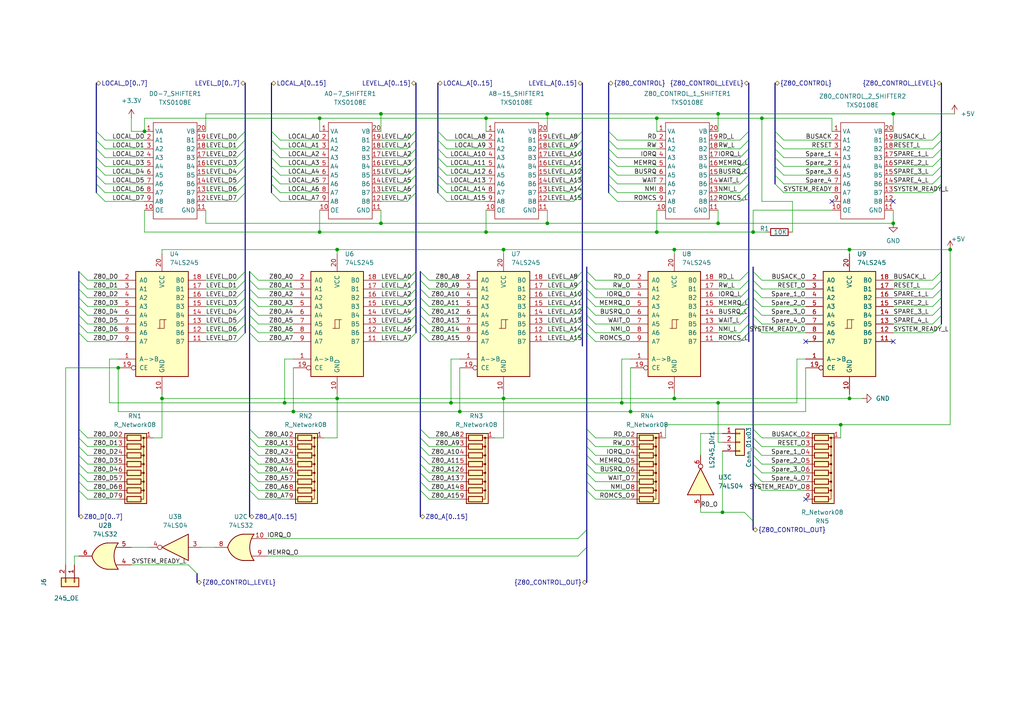
<source format=kicad_sch>
(kicad_sch (version 20231120) (generator "eeschema") (generator_version "8.0")
  (paper "A4")
  (lib_symbols
    (symbol "74xx:74LS04"
      (property "Reference" "U" (at 0 1.27 0))
      (property "Value" "74LS04" (at 0 -1.27 0))
      (symbol "74LS04_1_0"
        (pin input line (at -7.62 0 0) (length 3.81) (name "~") (number "1"))
        (pin output inverted (at 7.62 0 180) (length 3.81) (name "~") (number "2"))
      )
      (symbol "74LS04_2_0"
        (pin input line (at -7.62 0 0) (length 3.81) (name "~") (number "3"))
        (pin output inverted (at 7.62 0 180) (length 3.81) (name "~") (number "4"))
      )
      (symbol "74LS04_3_0"
        (pin input line (at -7.62 0 0) (length 3.81) (name "~") (number "5"))
        (pin output inverted (at 7.62 0 180) (length 3.81) (name "~") (number "6"))
      )
      (symbol "74LS04_4_0"
        (pin output inverted (at 7.62 0 180) (length 3.81) (name "~") (number "8"))
        (pin input line (at -7.62 0 0) (length 3.81) (name "~") (number "9"))
      )
      (symbol "74LS04_5_0"
        (pin output inverted (at 7.62 0 180) (length 3.81) (name "~") (number "10"))
        (pin input line (at -7.62 0 0) (length 3.81) (name "~") (number "11"))
      )
      (symbol "74LS04_6_0"
        (pin output inverted (at 7.62 0 180) (length 3.81) (name "~") (number "12"))
        (pin input line (at -7.62 0 0) (length 3.81) (name "~") (number "13"))
      )
      (symbol "74LS04_7_0"
        (pin power_in line (at 0 12.7 270) (length 5.08) (name "VCC") (number "14"))
        (pin power_in line (at 0 -12.7 90) (length 5.08) (name "GND") (number "7"))
      )
    )
    (symbol "74xx:74LS245" (pin_names (offset 1.016))
      (property "Reference" "U" (at -7.62 16.51 0))
      (property "Value" "74LS245" (at -7.62 -16.51 0))
      (symbol "74LS245_1_0"
        (pin input line (at -12.7 -10.16 0) (length 5.08) (name "A->B") (number "1"))
        (pin power_in line (at 0 -20.32 90) (length 5.08) (name "GND") (number "10"))
        (pin tri_state line (at 12.7 -5.08 180) (length 5.08) (name "B7") (number "11"))
        (pin tri_state line (at 12.7 -2.54 180) (length 5.08) (name "B6") (number "12"))
        (pin tri_state line (at 12.7 0 180) (length 5.08) (name "B5") (number "13"))
        (pin tri_state line (at 12.7 2.54 180) (length 5.08) (name "B4") (number "14"))
        (pin tri_state line (at 12.7 5.08 180) (length 5.08) (name "B3") (number "15"))
        (pin tri_state line (at 12.7 7.62 180) (length 5.08) (name "B2") (number "16"))
        (pin tri_state line (at 12.7 10.16 180) (length 5.08) (name "B1") (number "17"))
        (pin tri_state line (at 12.7 12.7 180) (length 5.08) (name "B0") (number "18"))
        (pin input inverted (at -12.7 -12.7 0) (length 5.08) (name "CE") (number "19"))
        (pin tri_state line (at -12.7 12.7 0) (length 5.08) (name "A0") (number "2"))
        (pin power_in line (at 0 20.32 270) (length 5.08) (name "VCC") (number "20"))
        (pin tri_state line (at -12.7 10.16 0) (length 5.08) (name "A1") (number "3"))
        (pin tri_state line (at -12.7 7.62 0) (length 5.08) (name "A2") (number "4"))
        (pin tri_state line (at -12.7 5.08 0) (length 5.08) (name "A3") (number "5"))
        (pin tri_state line (at -12.7 2.54 0) (length 5.08) (name "A4") (number "6"))
        (pin tri_state line (at -12.7 0 0) (length 5.08) (name "A5") (number "7"))
        (pin tri_state line (at -12.7 -2.54 0) (length 5.08) (name "A6") (number "8"))
        (pin tri_state line (at -12.7 -5.08 0) (length 5.08) (name "A7") (number "9"))
      )
    )
    (symbol "74xx:74LS32" (pin_names (offset 1.016))
      (property "Reference" "U" (at 0 1.27 0))
      (property "Value" "74LS32" (at 0 -1.27 0))
      (symbol "74LS32_1_1"
        (pin input line (at -7.62 2.54 0) (length 4.318) (name "~") (number "1"))
        (pin input line (at -7.62 -2.54 0) (length 4.318) (name "~") (number "2"))
        (pin output line (at 7.62 0 180) (length 3.81) (name "~") (number "3"))
      )
      (symbol "74LS32_1_2"
        (pin input inverted (at -7.62 2.54 0) (length 3.81) (name "~") (number "1"))
        (pin input inverted (at -7.62 -2.54 0) (length 3.81) (name "~") (number "2"))
        (pin output inverted (at 7.62 0 180) (length 3.81) (name "~") (number "3"))
      )
      (symbol "74LS32_2_1"
        (pin input line (at -7.62 2.54 0) (length 4.318) (name "~") (number "4"))
        (pin input line (at -7.62 -2.54 0) (length 4.318) (name "~") (number "5"))
        (pin output line (at 7.62 0 180) (length 3.81) (name "~") (number "6"))
      )
      (symbol "74LS32_2_2"
        (pin input inverted (at -7.62 2.54 0) (length 3.81) (name "~") (number "4"))
        (pin input inverted (at -7.62 -2.54 0) (length 3.81) (name "~") (number "5"))
        (pin output inverted (at 7.62 0 180) (length 3.81) (name "~") (number "6"))
      )
      (symbol "74LS32_3_1"
        (pin input line (at -7.62 -2.54 0) (length 4.318) (name "~") (number "10"))
        (pin output line (at 7.62 0 180) (length 3.81) (name "~") (number "8"))
        (pin input line (at -7.62 2.54 0) (length 4.318) (name "~") (number "9"))
      )
      (symbol "74LS32_3_2"
        (pin input inverted (at -7.62 -2.54 0) (length 3.81) (name "~") (number "10"))
        (pin output inverted (at 7.62 0 180) (length 3.81) (name "~") (number "8"))
        (pin input inverted (at -7.62 2.54 0) (length 3.81) (name "~") (number "9"))
      )
      (symbol "74LS32_4_1"
        (pin output line (at 7.62 0 180) (length 3.81) (name "~") (number "11"))
        (pin input line (at -7.62 2.54 0) (length 4.318) (name "~") (number "12"))
        (pin input line (at -7.62 -2.54 0) (length 4.318) (name "~") (number "13"))
      )
      (symbol "74LS32_4_2"
        (pin output inverted (at 7.62 0 180) (length 3.81) (name "~") (number "11"))
        (pin input inverted (at -7.62 2.54 0) (length 3.81) (name "~") (number "12"))
        (pin input inverted (at -7.62 -2.54 0) (length 3.81) (name "~") (number "13"))
      )
      (symbol "74LS32_5_0"
        (pin power_in line (at 0 12.7 270) (length 5.08) (name "VCC") (number "14"))
        (pin power_in line (at 0 -12.7 90) (length 5.08) (name "GND") (number "7"))
      )
    )
    (symbol "Connector_Generic:Conn_01x02" (pin_names (offset 1.016) hide)
      (property "Reference" "J" (at 0 2.54 0))
      (property "Value" "Conn_01x02" (at 0 -5.08 0))
      (symbol "Conn_01x02_1_1"
        (pin passive line (at -5.08 0 0) (length 3.81) (name "Pin_1") (number "1"))
        (pin passive line (at -5.08 -2.54 0) (length 3.81) (name "Pin_2") (number "2"))
      )
    )
    (symbol "Connector_Generic:Conn_01x03" (pin_names (offset 1.016) hide)
      (property "Reference" "J" (at 0 5.08 0))
      (property "Value" "Conn_01x03" (at 0 -5.08 0))
      (symbol "Conn_01x03_1_1"
        (pin passive line (at -5.08 2.54 0) (length 3.81) (name "Pin_1") (number "1"))
        (pin passive line (at -5.08 0 0) (length 3.81) (name "Pin_2") (number "2"))
        (pin passive line (at -5.08 -2.54 0) (length 3.81) (name "Pin_3") (number "3"))
      )
    )
    (symbol "Device:R" (pin_numbers hide) (pin_names (offset 0))
      (property "Reference" "R" (at 2.032 0 90))
      (property "Value" "R" (at 0 0 90))
      (symbol "R_1_1"
        (pin passive line (at 0 3.81 270) (length 1.27) (name "~") (number "1"))
        (pin passive line (at 0 -3.81 90) (length 1.27) (name "~") (number "2"))
      )
    )
    (symbol "Device:R_Network08" (pin_names (offset 0) hide)
      (property "Reference" "RN" (at -12.7 0 90))
      (property "Value" "R_Network08" (at 10.16 0 90))
      (symbol "R_Network08_1_1"
        (pin passive line (at -10.16 5.08 270) (length 2.54) (name "common") (number "1"))
        (pin passive line (at -10.16 -5.08 90) (length 1.27) (name "R1") (number "2"))
        (pin passive line (at -7.62 -5.08 90) (length 1.27) (name "R2") (number "3"))
        (pin passive line (at -5.08 -5.08 90) (length 1.27) (name "R3") (number "4"))
        (pin passive line (at -2.54 -5.08 90) (length 1.27) (name "R4") (number "5"))
        (pin passive line (at 0 -5.08 90) (length 1.27) (name "R5") (number "6"))
        (pin passive line (at 2.54 -5.08 90) (length 1.27) (name "R6") (number "7"))
        (pin passive line (at 5.08 -5.08 90) (length 1.27) (name "R7") (number "8"))
        (pin passive line (at 7.62 -5.08 90) (length 1.27) (name "R8") (number "9"))
      )
    )
    (symbol "FujiNet 4.0:TXS0108E_BREAKOUT"
      (property "Reference" "U" (at 0 0 0))
      (property "Value" "TXS0108E" (at 0 0 0))
      (symbol "TXS0108E_BREAKOUT_1_1"
        (pin power_in line (at -8.89 11.43 0) (length 2.54) (name "VA") (number "1"))
        (pin input line (at -8.89 -11.43 0) (length 2.54) (name "OE") (number "10"))
        (pin power_in line (at 8.89 -11.43 180) (length 2.54) (name "GND") (number "11"))
        (pin bidirectional line (at 8.89 -8.89 180) (length 2.54) (name "B8") (number "12"))
        (pin bidirectional line (at 8.89 -6.35 180) (length 2.54) (name "B7") (number "13"))
        (pin bidirectional line (at 8.89 -3.81 180) (length 2.54) (name "B6") (number "14"))
        (pin bidirectional line (at 8.89 -1.27 180) (length 2.54) (name "B5") (number "15"))
        (pin bidirectional line (at 8.89 1.27 180) (length 2.54) (name "B4") (number "16"))
        (pin bidirectional line (at 8.89 3.81 180) (length 2.54) (name "B3") (number "17"))
        (pin bidirectional line (at 8.89 6.35 180) (length 2.54) (name "B2") (number "18"))
        (pin bidirectional line (at 8.89 8.89 180) (length 2.54) (name "B1") (number "19"))
        (pin bidirectional line (at -8.89 8.89 0) (length 2.54) (name "A1") (number "2"))
        (pin power_in line (at 8.89 11.43 180) (length 2.54) (name "VB") (number "20"))
        (pin bidirectional line (at -8.89 6.35 0) (length 2.54) (name "A2") (number "3"))
        (pin bidirectional line (at -8.89 3.81 0) (length 2.54) (name "A3") (number "4"))
        (pin bidirectional line (at -8.89 1.27 0) (length 2.54) (name "A4") (number "5"))
        (pin bidirectional line (at -8.89 -1.27 0) (length 2.54) (name "A5") (number "6"))
        (pin bidirectional line (at -8.89 -3.81 0) (length 2.54) (name "A6") (number "7"))
        (pin bidirectional line (at -8.89 -6.35 0) (length 2.54) (name "A7") (number "8"))
        (pin bidirectional line (at -8.89 -8.89 0) (length 2.54) (name "A8") (number "9"))
      )
    )
    (symbol "power:+3.3V" (power) (pin_numbers hide) (pin_names (offset 0) hide)
      (property "Value" "+3.3V" (at 0 3.556 0))
      (symbol "+3.3V_1_1"
        (pin power_in line (at 0 0 90) (length 0) (name "~") (number "1"))
      )
    )
    (symbol "power:+5V" (power) (pin_numbers hide) (pin_names (offset 0) hide)
      (property "Value" "+5V" (at 0 3.556 0))
      (symbol "+5V_1_1"
        (pin power_in line (at 0 0 90) (length 0) (name "~") (number "1"))
      )
    )
    (symbol "power:GND" (power) (pin_numbers hide) (pin_names (offset 0) hide)
      (property "Value" "GND" (at 0 -3.81 0))
      (symbol "GND_1_1"
        (pin power_in line (at 0 0 270) (length 0) (name "~") (number "1"))
      )
    )
  )
  (bus_alias "Z80_CONTROL_LEVEL" (members "RD_L" "RW_L" "IORQ_L" "MEMRQ_L" "BUSRQ_L" "WAIT_L" "NMI_L" "ROMCS_L" "BUSACK_L" "RESET_L" "SPARE_1_L" "SPARE_2_L" "SPARE_3_L" "SPARE_4_L" "SYSTEM_READY_L"))
  (bus_alias "Z80_CONTROL_OUT" (members "RD_O" "RW_O" "IORQ_O" "MEMRQ_O" "BUSRQ_O" "WAIT_O" "NMI_O" "ROMCS_O" "BUSACK_O" "RESET_O" "Spare_1_O" "Spare_2_O" "Spare_3_O" "Spare_4_O" "SYSTEM_READY_O"))
  (junction (at 41.91 38.1))
  (junction (at 190.5 34.29))
  (junction (at 97.79 115.57))
  (junction (at 97.79 72.39))
  (junction (at 140.97 67.31))
  (junction (at 92.71 34.29))
  (junction (at 110.49 33.02))
  (junction (at 208.28 116.84))
  (junction (at 92.71 67.31))
  (junction (at 208.28 64.77))
  (junction (at 190.5 67.31))
  (junction (at 246.38 115.57))
  (junction (at 246.38 72.39))
  (junction (at 46.99 115.57))
  (junction (at 146.05 72.39))
  (junction (at 133.35 119.38))
  (junction (at 180.34 116.84))
  (junction (at 259.08 64.77))
  (junction (at 275.59 72.39))
  (junction (at 34.29 106.68))
  (junction (at 110.49 64.77))
  (junction (at 158.75 33.02))
  (junction (at 208.28 33.02))
  (junction (at 195.58 72.39))
  (junction (at 158.75 64.77))
  (junction (at 146.05 115.57))
  (junction (at 220.98 34.29))
  (junction (at 259.08 33.02))
  (junction (at 85.09 119.38))
  (junction (at 195.58 115.57))
  (junction (at 82.55 116.84))
  (junction (at 140.97 34.29))
  (junction (at 182.88 119.38))
  (junction (at 130.81 116.84))
  (junction (at 209.55 148.59))
  (junction (at 218.44 67.31))
  (junction (at 243.84 123.19))
  (no_connect (at 259.08 58.42))
  (no_connect (at 233.68 99.06))
  (no_connect (at 233.68 144.78))
  (no_connect (at 241.3 58.42))
  (no_connect (at 259.08 99.06))
  (bus_entry (at 168.91 81.28) (size -2.54 2.54))
  (bus_entry (at 120.65 91.44) (size -2.54 2.54))
  (bus_entry (at 168.91 93.98) (size -2.54 2.54))
  (bus_entry (at 120.65 55.88) (size -2.54 2.54))
  (bus_entry (at 121.92 83.82) (size 2.54 2.54))
  (bus_entry (at 218.44 134.62) (size 2.54 2.54))
  (bus_entry (at 273.05 50.8) (size -2.54 2.54))
  (bus_entry (at 71.12 86.36) (size -2.54 2.54))
  (bus_entry (at 217.17 93.98) (size -2.54 2.54))
  (bus_entry (at 27.94 40.64) (size 2.54 2.54))
  (bus_entry (at 218.44 132.08) (size 2.54 2.54))
  (bus_entry (at 72.39 132.08) (size 2.54 2.54))
  (bus_entry (at 218.44 86.36) (size 2.54 2.54))
  (bus_entry (at 22.86 129.54) (size 2.54 2.54))
  (bus_entry (at 120.65 96.52) (size -2.54 2.54))
  (bus_entry (at 176.53 50.8) (size 2.54 2.54))
  (bus_entry (at 170.18 91.44) (size 2.54 2.54))
  (bus_entry (at 121.92 88.9) (size 2.54 2.54))
  (bus_entry (at 218.44 127) (size 2.54 2.54))
  (bus_entry (at 120.65 43.18) (size -2.54 2.54))
  (bus_entry (at 121.92 91.44) (size 2.54 2.54))
  (bus_entry (at 176.53 38.1) (size 2.54 2.54))
  (bus_entry (at 218.44 81.28) (size 2.54 2.54))
  (bus_entry (at 71.12 91.44) (size -2.54 2.54))
  (bus_entry (at 127 53.34) (size 2.54 2.54))
  (bus_entry (at 170.18 88.9) (size 2.54 2.54))
  (bus_entry (at 170.18 81.28) (size 2.54 2.54))
  (bus_entry (at 72.39 83.82) (size 2.54 2.54))
  (bus_entry (at 120.65 53.34) (size -2.54 2.54))
  (bus_entry (at 273.05 86.36) (size -2.54 2.54))
  (bus_entry (at 22.86 86.36) (size 2.54 2.54))
  (bus_entry (at 71.12 53.34) (size -2.54 2.54))
  (bus_entry (at 168.91 86.36) (size -2.54 2.54))
  (bus_entry (at 127 50.8) (size 2.54 2.54))
  (bus_entry (at 121.92 127) (size 2.54 2.54))
  (bus_entry (at 22.86 137.16) (size 2.54 2.54))
  (bus_entry (at 217.17 53.34) (size -2.54 2.54))
  (bus_entry (at 71.12 48.26) (size -2.54 2.54))
  (bus_entry (at 121.92 93.98) (size 2.54 2.54))
  (bus_entry (at 176.53 43.18) (size 2.54 2.54))
  (bus_entry (at 170.18 93.98) (size 2.54 2.54))
  (bus_entry (at 120.65 81.28) (size -2.54 2.54))
  (bus_entry (at 127 45.72) (size 2.54 2.54))
  (bus_entry (at 217.17 40.64) (size -2.54 2.54))
  (bus_entry (at 218.44 91.44) (size 2.54 2.54))
  (bus_entry (at 176.53 53.34) (size 2.54 2.54))
  (bus_entry (at 72.39 86.36) (size 2.54 2.54))
  (bus_entry (at 217.17 45.72) (size -2.54 2.54))
  (bus_entry (at 170.18 96.52) (size 2.54 2.54))
  (bus_entry (at 121.92 129.54) (size 2.54 2.54))
  (bus_entry (at 217.17 55.88) (size -2.54 2.54))
  (bus_entry (at 71.12 78.74) (size -2.54 2.54))
  (bus_entry (at 22.86 81.28) (size 2.54 2.54))
  (bus_entry (at 217.17 50.8) (size -2.54 2.54))
  (bus_entry (at 224.79 45.72) (size 2.54 2.54))
  (bus_entry (at 71.12 88.9) (size -2.54 2.54))
  (bus_entry (at 218.44 151.13) (size -2.54 -2.54))
  (bus_entry (at 273.05 38.1) (size -2.54 2.54))
  (bus_entry (at 217.17 88.9) (size -2.54 2.54))
  (bus_entry (at 72.39 78.74) (size 2.54 2.54))
  (bus_entry (at 273.05 91.44) (size -2.54 2.54))
  (bus_entry (at 224.79 40.64) (size 2.54 2.54))
  (bus_entry (at 273.05 53.34) (size -2.54 2.54))
  (bus_entry (at 78.74 45.72) (size 2.54 2.54))
  (bus_entry (at 121.92 137.16) (size 2.54 2.54))
  (bus_entry (at 121.92 134.62) (size 2.54 2.54))
  (bus_entry (at 273.05 81.28) (size -2.54 2.54))
  (bus_entry (at 78.74 50.8) (size 2.54 2.54))
  (bus_entry (at 22.86 127) (size 2.54 2.54))
  (bus_entry (at 22.86 96.52) (size 2.54 2.54))
  (bus_entry (at 168.91 96.52) (size -2.54 2.54))
  (bus_entry (at 120.65 48.26) (size -2.54 2.54))
  (bus_entry (at 72.39 93.98) (size 2.54 2.54))
  (bus_entry (at 168.91 43.18) (size -2.54 2.54))
  (bus_entry (at 72.39 88.9) (size 2.54 2.54))
  (bus_entry (at 218.44 124.46) (size 2.54 2.54))
  (bus_entry (at 273.05 83.82) (size -2.54 2.54))
  (bus_entry (at 170.18 78.74) (size 2.54 2.54))
  (bus_entry (at 218.44 83.82) (size 2.54 2.54))
  (bus_entry (at 22.86 91.44) (size 2.54 2.54))
  (bus_entry (at 273.05 93.98) (size -2.54 2.54))
  (bus_entry (at 22.86 78.74) (size 2.54 2.54))
  (bus_entry (at 22.86 88.9) (size 2.54 2.54))
  (bus_entry (at 27.94 38.1) (size 2.54 2.54))
  (bus_entry (at 168.91 55.88) (size -2.54 2.54))
  (bus_entry (at 71.12 81.28) (size -2.54 2.54))
  (bus_entry (at 217.17 43.18) (size -2.54 2.54))
  (bus_entry (at 168.91 38.1) (size -2.54 2.54))
  (bus_entry (at 218.44 137.16) (size 2.54 2.54))
  (bus_entry (at 127 48.26) (size 2.54 2.54))
  (bus_entry (at 176.53 48.26) (size 2.54 2.54))
  (bus_entry (at 22.86 132.08) (size 2.54 2.54))
  (bus_entry (at 273.05 88.9) (size -2.54 2.54))
  (bus_entry (at 273.05 45.72) (size -2.54 2.54))
  (bus_entry (at 72.39 142.24) (size 2.54 2.54))
  (bus_entry (at 218.44 88.9) (size 2.54 2.54))
  (bus_entry (at 168.91 40.64) (size -2.54 2.54))
  (bus_entry (at 72.39 137.16) (size 2.54 2.54))
  (bus_entry (at 71.12 40.64) (size -2.54 2.54))
  (bus_entry (at 168.91 48.26) (size -2.54 2.54))
  (bus_entry (at 218.44 129.54) (size 2.54 2.54))
  (bus_entry (at 120.65 93.98) (size -2.54 2.54))
  (bus_entry (at 78.74 40.64) (size 2.54 2.54))
  (bus_entry (at 71.12 38.1) (size -2.54 2.54))
  (bus_entry (at 170.18 129.54) (size 2.54 2.54))
  (bus_entry (at 218.44 93.98) (size 2.54 2.54))
  (bus_entry (at 78.74 38.1) (size 2.54 2.54))
  (bus_entry (at 170.18 86.36) (size 2.54 2.54))
  (bus_entry (at 170.18 134.62) (size 2.54 2.54))
  (bus_entry (at 217.17 86.36) (size -2.54 2.54))
  (bus_entry (at 71.12 83.82) (size -2.54 2.54))
  (bus_entry (at 170.18 83.82) (size 2.54 2.54))
  (bus_entry (at 168.91 83.82) (size -2.54 2.54))
  (bus_entry (at 72.39 124.46) (size 2.54 2.54))
  (bus_entry (at 127 38.1) (size 2.54 2.54))
  (bus_entry (at 71.12 96.52) (size -2.54 2.54))
  (bus_entry (at 217.17 96.52) (size -2.54 2.54))
  (bus_entry (at 168.91 88.9) (size -2.54 2.54))
  (bus_entry (at 120.65 86.36) (size -2.54 2.54))
  (bus_entry (at 120.65 45.72) (size -2.54 2.54))
  (bus_entry (at 72.39 96.52) (size 2.54 2.54))
  (bus_entry (at 57.15 166.37) (size -2.54 -2.54))
  (bus_entry (at 121.92 96.52) (size 2.54 2.54))
  (bus_entry (at 27.94 43.18) (size 2.54 2.54))
  (bus_entry (at 168.91 50.8) (size -2.54 2.54))
  (bus_entry (at 121.92 142.24) (size 2.54 2.54))
  (bus_entry (at 27.94 55.88) (size 2.54 2.54))
  (bus_entry (at 71.12 45.72) (size -2.54 2.54))
  (bus_entry (at 170.18 142.24) (size 2.54 2.54))
  (bus_entry (at 170.18 132.08) (size 2.54 2.54))
  (bus_entry (at 273.05 78.74) (size -2.54 2.54))
  (bus_entry (at 120.65 50.8) (size -2.54 2.54))
  (bus_entry (at 71.12 55.88) (size -2.54 2.54))
  (bus_entry (at 217.17 83.82) (size -2.54 2.54))
  (bus_entry (at 120.65 40.64) (size -2.54 2.54))
  (bus_entry (at 218.44 78.74) (size 2.54 2.54))
  (bus_entry (at 168.91 91.44) (size -2.54 2.54))
  (bus_entry (at 273.05 48.26) (size -2.54 2.54))
  (bus_entry (at 224.79 43.18) (size 2.54 2.54))
  (bus_entry (at 22.86 134.62) (size 2.54 2.54))
  (bus_entry (at 72.39 134.62) (size 2.54 2.54))
  (bus_entry (at 121.92 139.7) (size 2.54 2.54))
  (bus_entry (at 78.74 53.34) (size 2.54 2.54))
  (bus_entry (at 22.86 93.98) (size 2.54 2.54))
  (bus_entry (at 176.53 45.72) (size 2.54 2.54))
  (bus_entry (at 72.39 129.54) (size 2.54 2.54))
  (bus_entry (at 121.92 81.28) (size 2.54 2.54))
  (bus_entry (at 27.94 53.34) (size 2.54 2.54))
  (bus_entry (at 170.18 139.7) (size 2.54 2.54))
  (bus_entry (at 121.92 132.08) (size 2.54 2.54))
  (bus_entry (at 217.17 78.74) (size -2.54 2.54))
  (bus_entry (at 224.79 53.34) (size 2.54 2.54))
  (bus_entry (at 273.05 40.64) (size -2.54 2.54))
  (bus_entry (at 176.53 55.88) (size 2.54 2.54))
  (bus_entry (at 168.91 45.72) (size -2.54 2.54))
  (bus_entry (at 217.17 81.28) (size -2.54 2.54))
  (bus_entry (at 71.12 93.98) (size -2.54 2.54))
  (bus_entry (at 27.94 45.72) (size 2.54 2.54))
  (bus_entry (at 127 55.88) (size 2.54 2.54))
  (bus_entry (at 170.18 127) (size 2.54 2.54))
  (bus_entry (at 22.86 142.24) (size 2.54 2.54))
  (bus_entry (at 22.86 83.82) (size 2.54 2.54))
  (bus_entry (at 71.12 50.8) (size -2.54 2.54))
  (bus_entry (at 27.94 48.26) (size 2.54 2.54))
  (bus_entry (at 120.65 78.74) (size -2.54 2.54))
  (bus_entry (at 168.91 53.34) (size -2.54 2.54))
  (bus_entry (at 224.79 48.26) (size 2.54 2.54))
  (bus_entry (at 170.18 153.67) (size -2.54 2.54))
  (bus_entry (at 217.17 38.1) (size -2.54 2.54))
  (bus_entry (at 170.18 124.46) (size 2.54 2.54))
  (bus_entry (at 120.65 88.9) (size -2.54 2.54))
  (bus_entry (at 72.39 81.28) (size 2.54 2.54))
  (bus_entry (at 170.18 137.16) (size 2.54 2.54))
  (bus_entry (at 176.53 40.64) (size 2.54 2.54))
  (bus_entry (at 127 43.18) (size 2.54 2.54))
  (bus_entry (at 78.74 43.18) (size 2.54 2.54))
  (bus_entry (at 72.39 127) (size 2.54 2.54))
  (bus_entry (at 121.92 78.74) (size 2.54 2.54))
  (bus_entry (at 218.44 139.7) (size 2.54 2.54))
  (bus_entry (at 217.17 48.26) (size -2.54 2.54))
  (bus_entry (at 78.74 48.26) (size 2.54 2.54))
  (bus_entry (at 78.74 55.88) (size 2.54 2.54))
  (bus_entry (at 168.91 78.74) (size -2.54 2.54))
  (bus_entry (at 170.18 158.75) (size -2.54 2.54))
  (bus_entry (at 120.65 38.1) (size -2.54 2.54))
  (bus_entry (at 217.17 91.44) (size -2.54 2.54))
  (bus_entry (at 71.12 43.18) (size -2.54 2.54))
  (bus_entry (at 22.86 139.7) (size 2.54 2.54))
  (bus_entry (at 72.39 139.7) (size 2.54 2.54))
  (bus_entry (at 224.79 38.1) (size 2.54 2.54))
  (bus_entry (at 224.79 50.8) (size 2.54 2.54))
  (bus_entry (at 121.92 86.36) (size 2.54 2.54))
  (bus_entry (at 121.92 124.46) (size 2.54 2.54))
  (bus_entry (at 27.94 50.8) (size 2.54 2.54))
  (bus_entry (at 72.39 91.44) (size 2.54 2.54))
  (bus_entry (at 22.86 124.46) (size 2.54 2.54))
  (bus_entry (at 120.65 83.82) (size -2.54 2.54))
  (bus_entry (at 273.05 43.18) (size -2.54 2.54))
  (bus_entry (at 127 40.64) (size 2.54 2.54))
  (wire (pts (xy 220.98 139.7) (xy 233.68 139.7)))
  (wire (pts (xy 218.44 67.31) (xy 222.25 67.31)))
  (wire (pts (xy 220.98 34.29) (xy 190.5 34.29)))
  (bus (pts (xy 217.17 48.26) (xy 217.17 50.8)))
  (bus (pts (xy 72.39 78.74) (xy 72.39 81.28)))
  (wire (pts (xy 259.08 48.26) (xy 270.51 48.26)))
  (wire (pts (xy 110.49 88.9) (xy 118.11 88.9)))
  (wire (pts (xy 259.08 60.96) (xy 259.08 64.77)))
  (wire (pts (xy 19.05 106.68) (xy 19.05 163.83)))
  (bus (pts (xy 78.74 24.13) (xy 78.74 38.1)))
  (wire (pts (xy 246.38 72.39) (xy 275.59 72.39)))
  (wire (pts (xy 25.4 134.62) (xy 34.29 134.62)))
  (bus (pts (xy 72.39 93.98) (xy 72.39 96.52)))
  (wire (pts (xy 158.75 96.52) (xy 166.37 96.52)))
  (wire (pts (xy 81.28 45.72) (xy 92.71 45.72)))
  (bus (pts (xy 176.53 24.13) (xy 176.53 38.1)))
  (wire (pts (xy 146.05 127) (xy 146.05 115.57)))
  (bus (pts (xy 120.65 93.98) (xy 120.65 96.52)))
  (wire (pts (xy 59.69 96.52) (xy 68.58 96.52)))
  (bus (pts (xy 121.92 83.82) (xy 121.92 86.36)))
  (wire (pts (xy 34.29 119.38) (xy 85.09 119.38)))
  (wire (pts (xy 158.75 40.64) (xy 166.37 40.64)))
  (bus (pts (xy 218.44 151.13) (xy 218.44 153.67)))
  (bus (pts (xy 22.86 127) (xy 22.86 129.54)))
  (wire (pts (xy 133.35 119.38) (xy 182.88 119.38)))
  (bus (pts (xy 168.91 43.18) (xy 168.91 45.72)))
  (bus (pts (xy 22.86 88.9) (xy 22.86 91.44)))
  (bus (pts (xy 176.53 38.1) (xy 176.53 40.64)))
  (bus (pts (xy 217.17 93.98) (xy 217.17 96.52)))
  (wire (pts (xy 190.5 67.31) (xy 218.44 67.31)))
  (wire (pts (xy 179.07 48.26) (xy 190.5 48.26)))
  (wire (pts (xy 220.98 129.54) (xy 233.68 129.54)))
  (wire (pts (xy 259.08 86.36) (xy 270.51 86.36)))
  (bus (pts (xy 217.17 50.8) (xy 217.17 53.34)))
  (bus (pts (xy 273.05 43.18) (xy 273.05 45.72)))
  (wire (pts (xy 93.98 127) (xy 97.79 127)))
  (wire (pts (xy 172.72 88.9) (xy 182.88 88.9)))
  (wire (pts (xy 158.75 43.18) (xy 166.37 43.18)))
  (bus (pts (xy 121.92 129.54) (xy 121.92 132.08)))
  (wire (pts (xy 220.98 134.62) (xy 233.68 134.62)))
  (wire (pts (xy 92.71 34.29) (xy 41.91 34.29)))
  (bus (pts (xy 71.12 83.82) (xy 71.12 86.36)))
  (wire (pts (xy 46.99 72.39) (xy 97.79 72.39)))
  (bus (pts (xy 27.94 45.72) (xy 27.94 48.26)))
  (wire (pts (xy 46.99 127) (xy 46.99 115.57)))
  (wire (pts (xy 97.79 72.39) (xy 146.05 72.39)))
  (wire (pts (xy 30.48 58.42) (xy 41.91 58.42)))
  (wire (pts (xy 193.04 127) (xy 193.04 123.19)))
  (wire (pts (xy 195.58 114.3) (xy 195.58 115.57)))
  (bus (pts (xy 127 45.72) (xy 127 48.26)))
  (bus (pts (xy 273.05 78.74) (xy 273.05 81.28)))
  (wire (pts (xy 110.49 93.98) (xy 118.11 93.98)))
  (wire (pts (xy 208.28 38.1) (xy 208.28 33.02)))
  (bus (pts (xy 27.94 24.13) (xy 27.94 38.1)))
  (wire (pts (xy 110.49 99.06) (xy 118.11 99.06)))
  (wire (pts (xy 190.5 38.1) (xy 190.5 34.29)))
  (wire (pts (xy 158.75 53.34) (xy 166.37 53.34)))
  (wire (pts (xy 110.49 86.36) (xy 118.11 86.36)))
  (wire (pts (xy 97.79 115.57) (xy 97.79 114.3)))
  (wire (pts (xy 124.46 134.62) (xy 133.35 134.62)))
  (wire (pts (xy 124.46 142.24) (xy 133.35 142.24)))
  (wire (pts (xy 241.3 34.29) (xy 220.98 34.29)))
  (wire (pts (xy 158.75 93.98) (xy 166.37 93.98)))
  (bus (pts (xy 72.39 83.82) (xy 72.39 86.36)))
  (wire (pts (xy 30.48 40.64) (xy 41.91 40.64)))
  (wire (pts (xy 172.72 93.98) (xy 182.88 93.98)))
  (bus (pts (xy 170.18 158.75) (xy 170.18 168.91)))
  (wire (pts (xy 133.35 104.14) (xy 130.81 104.14)))
  (wire (pts (xy 25.4 137.16) (xy 34.29 137.16)))
  (bus (pts (xy 121.92 142.24) (xy 121.92 149.86)))
  (wire (pts (xy 146.05 73.66) (xy 146.05 72.39)))
  (wire (pts (xy 74.93 127) (xy 83.82 127)))
  (bus (pts (xy 78.74 53.34) (xy 78.74 55.88)))
  (wire (pts (xy 110.49 43.18) (xy 118.11 43.18)))
  (wire (pts (xy 44.45 127) (xy 46.99 127)))
  (bus (pts (xy 168.91 86.36) (xy 168.91 88.9)))
  (bus (pts (xy 127 40.64) (xy 127 43.18)))
  (bus (pts (xy 120.65 83.82) (xy 120.65 86.36)))
  (wire (pts (xy 180.34 116.84) (xy 208.28 116.84)))
  (wire (pts (xy 158.75 64.77) (xy 208.28 64.77)))
  (bus (pts (xy 71.12 45.72) (xy 71.12 48.26)))
  (wire (pts (xy 172.72 129.54) (xy 182.88 129.54)))
  (wire (pts (xy 179.07 43.18) (xy 190.5 43.18)))
  (bus (pts (xy 72.39 139.7) (xy 72.39 142.24)))
  (wire (pts (xy 208.28 128.27) (xy 208.28 116.84)))
  (wire (pts (xy 208.28 50.8) (xy 214.63 50.8)))
  (wire (pts (xy 97.79 73.66) (xy 97.79 72.39)))
  (bus (pts (xy 22.86 139.7) (xy 22.86 142.24)))
  (bus (pts (xy 218.44 91.44) (xy 218.44 93.98)))
  (wire (pts (xy 124.46 93.98) (xy 133.35 93.98)))
  (wire (pts (xy 259.08 81.28) (xy 270.51 81.28)))
  (bus (pts (xy 170.18 78.74) (xy 170.18 81.28)))
  (wire (pts (xy 25.4 93.98) (xy 34.29 93.98)))
  (wire (pts (xy 38.1 163.83) (xy 54.61 163.83)))
  (wire (pts (xy 246.38 114.3) (xy 246.38 115.57)))
  (bus (pts (xy 168.91 96.52) (xy 168.91 100.33)))
  (bus (pts (xy 218.44 77.47) (xy 218.44 78.74)))
  (bus (pts (xy 22.86 78.74) (xy 22.86 81.28)))
  (wire (pts (xy 250.19 115.57) (xy 246.38 115.57)))
  (wire (pts (xy 158.75 99.06) (xy 166.37 99.06)))
  (bus (pts (xy 72.39 127) (xy 72.39 129.54)))
  (wire (pts (xy 82.55 116.84) (xy 130.81 116.84)))
  (bus (pts (xy 120.65 43.18) (xy 120.65 45.72)))
  (wire (pts (xy 85.09 106.68) (xy 85.09 119.38)))
  (bus (pts (xy 168.91 40.64) (xy 168.91 43.18)))
  (bus (pts (xy 71.12 93.98) (xy 71.12 96.52)))
  (wire (pts (xy 259.08 55.88) (xy 270.51 55.88)))
  (bus (pts (xy 71.12 48.26) (xy 71.12 50.8)))
  (wire (pts (xy 124.46 129.54) (xy 133.35 129.54)))
  (bus (pts (xy 121.92 88.9) (xy 121.92 91.44)))
  (wire (pts (xy 81.28 40.64) (xy 92.71 40.64)))
  (bus (pts (xy 22.86 83.82) (xy 22.86 86.36)))
  (wire (pts (xy 110.49 64.77) (xy 158.75 64.77)))
  (bus (pts (xy 22.86 134.62) (xy 22.86 137.16)))
  (wire (pts (xy 82.55 104.14) (xy 82.55 116.84)))
  (bus (pts (xy 72.39 137.16) (xy 72.39 139.7)))
  (wire (pts (xy 25.4 81.28) (xy 34.29 81.28)))
  (wire (pts (xy 38.1 38.1) (xy 41.91 38.1)))
  (wire (pts (xy 30.48 45.72) (xy 41.91 45.72)))
  (wire (pts (xy 259.08 50.8) (xy 270.51 50.8)))
  (wire (pts (xy 195.58 115.57) (xy 146.05 115.57)))
  (bus (pts (xy 120.65 48.26) (xy 120.65 50.8)))
  (wire (pts (xy 172.72 96.52) (xy 182.88 96.52)))
  (bus (pts (xy 170.18 129.54) (xy 170.18 132.08)))
  (wire (pts (xy 208.28 93.98) (xy 214.63 93.98)))
  (bus (pts (xy 22.86 132.08) (xy 22.86 134.62)))
  (bus (pts (xy 273.05 38.1) (xy 273.05 40.64)))
  (wire (pts (xy 208.28 91.44) (xy 214.63 91.44)))
  (wire (pts (xy 140.97 38.1) (xy 140.97 34.29)))
  (bus (pts (xy 217.17 83.82) (xy 217.17 86.36)))
  (bus (pts (xy 168.91 55.88) (xy 168.91 78.74)))
  (bus (pts (xy 121.92 134.62) (xy 121.92 137.16)))
  (wire (pts (xy 59.69 33.02) (xy 110.49 33.02)))
  (wire (pts (xy 259.08 33.02) (xy 276.86 33.02)))
  (wire (pts (xy 59.69 43.18) (xy 68.58 43.18)))
  (wire (pts (xy 59.69 83.82) (xy 68.58 83.82)))
  (wire (pts (xy 259.08 38.1) (xy 259.08 33.02)))
  (wire (pts (xy 25.4 96.52) (xy 34.29 96.52)))
  (bus (pts (xy 27.94 43.18) (xy 27.94 45.72)))
  (wire (pts (xy 59.69 99.06) (xy 68.58 99.06)))
  (wire (pts (xy 129.54 53.34) (xy 140.97 53.34)))
  (bus (pts (xy 217.17 24.13) (xy 217.17 38.1)))
  (bus (pts (xy 273.05 45.72) (xy 273.05 48.26)))
  (wire (pts (xy 208.28 88.9) (xy 214.63 88.9)))
  (bus (pts (xy 121.92 124.46) (xy 121.92 127)))
  (wire (pts (xy 46.99 114.3) (xy 46.99 115.57)))
  (wire (pts (xy 208.28 81.28) (xy 214.63 81.28)))
  (wire (pts (xy 124.46 96.52) (xy 133.35 96.52)))
  (wire (pts (xy 209.55 128.27) (xy 208.28 128.27)))
  (bus (pts (xy 217.17 81.28) (xy 217.17 83.82)))
  (wire (pts (xy 30.48 50.8) (xy 41.91 50.8)))
  (wire (pts (xy 208.28 55.88) (xy 214.63 55.88)))
  (wire (pts (xy 34.29 106.68) (xy 34.29 119.38)))
  (bus (pts (xy 71.12 86.36) (xy 71.12 88.9)))
  (bus (pts (xy 120.65 86.36) (xy 120.65 88.9)))
  (wire (pts (xy 220.98 142.24) (xy 233.68 142.24)))
  (wire (pts (xy 243.84 127) (xy 243.84 123.19)))
  (bus (pts (xy 224.79 45.72) (xy 224.79 48.26)))
  (bus (pts (xy 120.65 24.13) (xy 120.65 38.1)))
  (wire (pts (xy 172.72 127) (xy 182.88 127)))
  (bus (pts (xy 218.44 137.16) (xy 218.44 139.7)))
  (wire (pts (xy 190.5 34.29) (xy 140.97 34.29)))
  (bus (pts (xy 218.44 83.82) (xy 218.44 86.36)))
  (bus (pts (xy 170.18 88.9) (xy 170.18 91.44)))
  (wire (pts (xy 85.09 104.14) (xy 82.55 104.14)))
  (bus (pts (xy 72.39 134.62) (xy 72.39 137.16)))
  (wire (pts (xy 25.4 129.54) (xy 34.29 129.54)))
  (wire (pts (xy 25.4 88.9) (xy 34.29 88.9)))
  (wire (pts (xy 25.4 139.7) (xy 34.29 139.7)))
  (wire (pts (xy 59.69 48.26) (xy 68.58 48.26)))
  (bus (pts (xy 120.65 91.44) (xy 120.65 93.98)))
  (bus (pts (xy 120.65 78.74) (xy 120.65 81.28)))
  (bus (pts (xy 120.65 38.1) (xy 120.65 40.64)))
  (bus (pts (xy 121.92 93.98) (xy 121.92 96.52)))
  (bus (pts (xy 22.86 96.52) (xy 22.86 124.46)))
  (wire (pts (xy 25.4 127) (xy 34.29 127)))
  (wire (pts (xy 182.88 119.38) (xy 233.68 119.38)))
  (wire (pts (xy 41.91 60.96) (xy 41.91 67.31)))
  (bus (pts (xy 168.91 93.98) (xy 168.91 96.52)))
  (wire (pts (xy 59.69 81.28) (xy 68.58 81.28)))
  (bus (pts (xy 218.44 81.28) (xy 218.44 83.82)))
  (wire (pts (xy 74.93 83.82) (xy 85.09 83.82)))
  (wire (pts (xy 77.47 161.29) (xy 167.64 161.29)))
  (wire (pts (xy 203.2 132.08) (xy 203.2 125.73)))
  (wire (pts (xy 30.48 55.88) (xy 41.91 55.88)))
  (wire (pts (xy 259.08 83.82) (xy 270.51 83.82)))
  (bus (pts (xy 71.12 53.34) (xy 71.12 55.88)))
  (bus (pts (xy 121.92 139.7) (xy 121.92 142.24)))
  (wire (pts (xy 227.33 40.64) (xy 241.3 40.64)))
  (bus (pts (xy 121.92 86.36) (xy 121.92 88.9)))
  (wire (pts (xy 59.69 58.42) (xy 68.58 58.42)))
  (wire (pts (xy 110.49 83.82) (xy 118.11 83.82)))
  (wire (pts (xy 31.75 116.84) (xy 82.55 116.84)))
  (wire (pts (xy 208.28 45.72) (xy 214.63 45.72)))
  (bus (pts (xy 224.79 40.64) (xy 224.79 43.18)))
  (wire (pts (xy 180.34 104.14) (xy 180.34 116.84)))
  (wire (pts (xy 218.44 60.96) (xy 218.44 67.31)))
  (wire (pts (xy 25.4 86.36) (xy 34.29 86.36)))
  (bus (pts (xy 71.12 91.44) (xy 71.12 93.98)))
  (wire (pts (xy 227.33 45.72) (xy 241.3 45.72)))
  (bus (pts (xy 217.17 55.88) (xy 217.17 78.74)))
  (wire (pts (xy 158.75 60.96) (xy 158.75 64.77)))
  (wire (pts (xy 220.98 86.36) (xy 233.68 86.36)))
  (wire (pts (xy 110.49 40.64) (xy 118.11 40.64)))
  (wire (pts (xy 140.97 60.96) (xy 140.97 67.31)))
  (bus (pts (xy 22.86 91.44) (xy 22.86 93.98)))
  (bus (pts (xy 27.94 50.8) (xy 27.94 53.34)))
  (wire (pts (xy 110.49 91.44) (xy 118.11 91.44)))
  (wire (pts (xy 110.49 33.02) (xy 110.49 38.1)))
  (wire (pts (xy 259.08 33.02) (xy 208.28 33.02)))
  (bus (pts (xy 127 43.18) (xy 127 45.72)))
  (bus (pts (xy 176.53 48.26) (xy 176.53 50.8)))
  (wire (pts (xy 195.58 72.39) (xy 246.38 72.39)))
  (bus (pts (xy 120.65 88.9) (xy 120.65 91.44)))
  (bus (pts (xy 217.17 78.74) (xy 217.17 81.28)))
  (wire (pts (xy 172.72 144.78) (xy 182.88 144.78)))
  (wire (pts (xy 74.93 144.78) (xy 83.82 144.78)))
  (bus (pts (xy 72.39 88.9) (xy 72.39 91.44)))
  (wire (pts (xy 81.28 55.88) (xy 92.71 55.88)))
  (wire (pts (xy 208.28 83.82) (xy 214.63 83.82)))
  (bus (pts (xy 273.05 48.26) (xy 273.05 50.8)))
  (wire (pts (xy 25.4 142.24) (xy 34.29 142.24)))
  (bus (pts (xy 168.91 91.44) (xy 168.91 93.98)))
  (wire (pts (xy 220.98 83.82) (xy 233.68 83.82)))
  (bus (pts (xy 170.18 127) (xy 170.18 129.54)))
  (wire (pts (xy 190.5 67.31) (xy 140.97 67.31)))
  (wire (pts (xy 182.88 106.68) (xy 182.88 119.38)))
  (wire (pts (xy 195.58 73.66) (xy 195.58 72.39)))
  (bus (pts (xy 170.18 93.98) (xy 170.18 96.52)))
  (wire (pts (xy 129.54 40.64) (xy 140.97 40.64)))
  (bus (pts (xy 27.94 40.64) (xy 27.94 43.18)))
  (wire (pts (xy 209.55 148.59) (xy 203.2 148.59)))
  (wire (pts (xy 208.28 43.18) (xy 214.63 43.18)))
  (wire (pts (xy 220.98 88.9) (xy 233.68 88.9)))
  (wire (pts (xy 74.93 129.54) (xy 83.82 129.54)))
  (wire (pts (xy 158.75 55.88) (xy 166.37 55.88)))
  (wire (pts (xy 124.46 83.82) (xy 133.35 83.82)))
  (wire (pts (xy 231.14 104.14) (xy 231.14 116.84)))
  (wire (pts (xy 243.84 123.19) (xy 275.59 123.19)))
  (bus (pts (xy 218.44 88.9) (xy 218.44 91.44)))
  (wire (pts (xy 59.69 91.44) (xy 68.58 91.44)))
  (bus (pts (xy 176.53 40.64) (xy 176.53 43.18)))
  (wire (pts (xy 74.93 137.16) (xy 83.82 137.16)))
  (bus (pts (xy 273.05 88.9) (xy 273.05 91.44)))
  (wire (pts (xy 74.93 139.7) (xy 83.82 139.7)))
  (bus (pts (xy 168.91 53.34) (xy 168.91 55.88)))
  (wire (pts (xy 172.72 99.06) (xy 182.88 99.06)))
  (wire (pts (xy 208.28 40.64) (xy 214.63 40.64)))
  (wire (pts (xy 259.08 40.64) (xy 270.51 40.64)))
  (bus (pts (xy 170.18 124.46) (xy 170.18 127)))
  (bus (pts (xy 121.92 137.16) (xy 121.92 139.7)))
  (bus (pts (xy 120.65 55.88) (xy 120.65 78.74)))
  (wire (pts (xy 25.4 144.78) (xy 34.29 144.78)))
  (bus (pts (xy 170.18 137.16) (xy 170.18 139.7)))
  (bus (pts (xy 71.12 43.18) (xy 71.12 45.72)))
  (bus (pts (xy 121.92 127) (xy 121.92 129.54)))
  (wire (pts (xy 227.33 55.88) (xy 241.3 55.88)))
  (bus (pts (xy 217.17 38.1) (xy 217.17 40.64)))
  (wire (pts (xy 59.69 50.8) (xy 68.58 50.8)))
  (wire (pts (xy 25.4 91.44) (xy 34.29 91.44)))
  (wire (pts (xy 25.4 132.08) (xy 34.29 132.08)))
  (wire (pts (xy 124.46 91.44) (xy 133.35 91.44)))
  (wire (pts (xy 124.46 144.78) (xy 133.35 144.78)))
  (bus (pts (xy 72.39 132.08) (xy 72.39 134.62)))
  (wire (pts (xy 59.69 86.36) (xy 68.58 86.36)))
  (wire (pts (xy 227.33 50.8) (xy 241.3 50.8)))
  (wire (pts (xy 172.72 81.28) (xy 182.88 81.28)))
  (bus (pts (xy 22.86 142.24) (xy 22.86 149.86)))
  (bus (pts (xy 217.17 45.72) (xy 217.17 48.26)))
  (wire (pts (xy 59.69 40.64) (xy 68.58 40.64)))
  (wire (pts (xy 146.05 72.39) (xy 195.58 72.39)))
  (wire (pts (xy 31.75 104.14) (xy 31.75 116.84)))
  (bus (pts (xy 170.18 134.62) (xy 170.18 137.16)))
  (wire (pts (xy 129.54 55.88) (xy 140.97 55.88)))
  (wire (pts (xy 25.4 83.82) (xy 34.29 83.82)))
  (wire (pts (xy 81.28 53.34) (xy 92.71 53.34)))
  (wire (pts (xy 172.72 83.82) (xy 182.88 83.82)))
  (wire (pts (xy 158.75 33.02) (xy 110.49 33.02)))
  (wire (pts (xy 30.48 53.34) (xy 41.91 53.34)))
  (bus (pts (xy 273.05 91.44) (xy 273.05 93.98)))
  (bus (pts (xy 71.12 38.1) (xy 71.12 40.64)))
  (bus (pts (xy 218.44 127) (xy 218.44 129.54)))
  (bus (pts (xy 273.05 83.82) (xy 273.05 86.36)))
  (bus (pts (xy 273.05 40.64) (xy 273.05 43.18)))
  (wire (pts (xy 208.28 33.02) (xy 158.75 33.02)))
  (bus (pts (xy 78.74 38.1) (xy 78.74 40.64)))
  (wire (pts (xy 74.93 142.24) (xy 83.82 142.24)))
  (bus (pts (xy 121.92 91.44) (xy 121.92 93.98)))
  (wire (pts (xy 179.07 58.42) (xy 190.5 58.42)))
  (bus (pts (xy 72.39 81.28) (xy 72.39 83.82)))
  (wire (pts (xy 259.08 43.18) (xy 270.51 43.18)))
  (wire (pts (xy 130.81 116.84) (xy 180.34 116.84)))
  (wire (pts (xy 209.55 130.81) (xy 209.55 148.59)))
  (wire (pts (xy 81.28 58.42) (xy 92.71 58.42)))
  (bus (pts (xy 176.53 53.34) (xy 176.53 55.88)))
  (bus (pts (xy 78.74 50.8) (xy 78.74 53.34)))
  (wire (pts (xy 129.54 58.42) (xy 140.97 58.42)))
  (bus (pts (xy 176.53 50.8) (xy 176.53 53.34)))
  (wire (pts (xy 59.69 55.88) (xy 68.58 55.88)))
  (wire (pts (xy 227.33 48.26) (xy 241.3 48.26)))
  (bus (pts (xy 120.65 50.8) (xy 120.65 53.34)))
  (wire (pts (xy 124.46 137.16) (xy 133.35 137.16)))
  (wire (pts (xy 158.75 91.44) (xy 166.37 91.44)))
  (bus (pts (xy 218.44 132.08) (xy 218.44 134.62)))
  (bus (pts (xy 127 53.34) (xy 127 55.88)))
  (wire (pts (xy 259.08 88.9) (xy 270.51 88.9)))
  (wire (pts (xy 179.07 50.8) (xy 190.5 50.8)))
  (bus (pts (xy 72.39 91.44) (xy 72.39 93.98)))
  (wire (pts (xy 158.75 88.9) (xy 166.37 88.9)))
  (bus (pts (xy 71.12 78.74) (xy 71.12 81.28)))
  (wire (pts (xy 30.48 43.18) (xy 41.91 43.18)))
  (bus (pts (xy 273.05 81.28) (xy 273.05 83.82)))
  (wire (pts (xy 259.08 45.72) (xy 270.51 45.72)))
  (wire (pts (xy 74.93 134.62) (xy 83.82 134.62)))
  (bus (pts (xy 71.12 81.28) (xy 71.12 83.82)))
  (wire (pts (xy 208.28 99.06) (xy 214.63 99.06)))
  (wire (pts (xy 275.59 123.19) (xy 275.59 72.39)))
  (wire (pts (xy 179.07 40.64) (xy 190.5 40.64)))
  (bus (pts (xy 22.86 124.46) (xy 22.86 127)))
  (wire (pts (xy 203.2 148.59) (xy 203.2 147.32)))
  (wire (pts (xy 59.69 53.34) (xy 68.58 53.34)))
  (wire (pts (xy 110.49 53.34) (xy 118.11 53.34)))
  (wire (pts (xy 74.93 96.52) (xy 85.09 96.52)))
  (wire (pts (xy 92.71 67.31) (xy 92.71 60.96)))
  (wire (pts (xy 143.51 127) (xy 146.05 127)))
  (wire (pts (xy 110.49 45.72) (xy 118.11 45.72)))
  (bus (pts (xy 78.74 43.18) (xy 78.74 45.72)))
  (bus (pts (xy 170.18 83.82) (xy 170.18 86.36)))
  (wire (pts (xy 74.93 86.36) (xy 85.09 86.36)))
  (bus (pts (xy 120.65 45.72) (xy 120.65 48.26)))
  (wire (pts (xy 97.79 127) (xy 97.79 115.57)))
  (wire (pts (xy 124.46 139.7) (xy 133.35 139.7)))
  (bus (pts (xy 170.18 139.7) (xy 170.18 142.24)))
  (wire (pts (xy 172.72 132.08) (xy 182.88 132.08)))
  (bus (pts (xy 57.15 166.37) (xy 57.15 168.91)))
  (bus (pts (xy 168.91 78.74) (xy 168.91 81.28)))
  (wire (pts (xy 146.05 114.3) (xy 146.05 115.57)))
  (wire (pts (xy 46.99 73.66) (xy 46.99 72.39)))
  (wire (pts (xy 231.14 104.14) (xy 233.68 104.14)))
  (bus (pts (xy 72.39 129.54) (xy 72.39 132.08)))
  (bus (pts (xy 218.44 124.46) (xy 218.44 127)))
  (bus (pts (xy 273.05 86.36) (xy 273.05 88.9)))
  (wire (pts (xy 179.07 55.88) (xy 190.5 55.88)))
  (wire (pts (xy 59.69 64.77) (xy 110.49 64.77)))
  (wire (pts (xy 208.28 116.84) (xy 231.14 116.84)))
  (bus (pts (xy 120.65 81.28) (xy 120.65 83.82)))
  (wire (pts (xy 208.28 58.42) (xy 214.63 58.42)))
  (wire (pts (xy 110.49 48.26) (xy 118.11 48.26)))
  (bus (pts (xy 27.94 38.1) (xy 27.94 40.64)))
  (wire (pts (xy 208.28 64.77) (xy 259.08 64.77)))
  (bus (pts (xy 218.44 139.7) (xy 218.44 151.13)))
  (wire (pts (xy 172.72 91.44) (xy 182.88 91.44)))
  (bus (pts (xy 224.79 43.18) (xy 224.79 45.72)))
  (wire (pts (xy 172.72 139.7) (xy 182.88 139.7)))
  (bus (pts (xy 217.17 43.18) (xy 217.17 45.72)))
  (wire (pts (xy 110.49 96.52) (xy 118.11 96.52)))
  (wire (pts (xy 124.46 81.28) (xy 133.35 81.28)))
  (wire (pts (xy 140.97 34.29) (xy 92.71 34.29)))
  (wire (pts (xy 74.93 99.06) (xy 85.09 99.06)))
  (wire (pts (xy 190.5 60.96) (xy 190.5 67.31)))
  (wire (pts (xy 208.28 86.36) (xy 214.63 86.36)))
  (wire (pts (xy 158.75 48.26) (xy 166.37 48.26)))
  (wire (pts (xy 158.75 58.42) (xy 166.37 58.42)))
  (bus (pts (xy 217.17 96.52) (xy 217.17 99.06)))
  (wire (pts (xy 227.33 43.18) (xy 241.3 43.18)))
  (wire (pts (xy 110.49 55.88) (xy 118.11 55.88)))
  (wire (pts (xy 59.69 60.96) (xy 59.69 64.77)))
  (bus (pts (xy 168.91 38.1) (xy 168.91 40.64)))
  (bus (pts (xy 78.74 48.26) (xy 78.74 50.8)))
  (wire (pts (xy 25.4 99.06) (xy 34.29 99.06)))
  (bus (pts (xy 273.05 50.8) (xy 273.05 53.34)))
  (wire (pts (xy 74.93 91.44) (xy 85.09 91.44)))
  (wire (pts (xy 38.1 158.75) (xy 43.18 158.75)))
  (bus (pts (xy 224.79 48.26) (xy 224.79 50.8)))
  (wire (pts (xy 129.54 43.18) (xy 140.97 43.18)))
  (wire (pts (xy 208.28 96.52) (xy 214.63 96.52)))
  (bus (pts (xy 218.44 78.74) (xy 218.44 81.28)))
  (wire (pts (xy 203.2 125.73) (xy 209.55 125.73)))
  (bus (pts (xy 168.91 45.72) (xy 168.91 48.26)))
  (wire (pts (xy 241.3 38.1) (xy 241.3 34.29)))
  (wire (pts (xy 220.98 81.28) (xy 233.68 81.28)))
  (bus (pts (xy 127 24.13) (xy 127 38.1)))
  (bus (pts (xy 71.12 55.88) (xy 71.12 78.74)))
  (wire (pts (xy 133.35 106.68) (xy 133.35 119.38)))
  (wire (pts (xy 158.75 45.72) (xy 166.37 45.72)))
  (wire (pts (xy 259.08 53.34) (xy 270.51 53.34)))
  (wire (pts (xy 220.98 96.52) (xy 233.68 96.52)))
  (bus (pts (xy 22.86 129.54) (xy 22.86 132.08)))
  (bus (pts (xy 72.39 142.24) (xy 72.39 149.86)))
  (bus (pts (xy 78.74 40.64) (xy 78.74 43.18)))
  (bus (pts (xy 224.79 24.13) (xy 224.79 38.1)))
  (wire (pts (xy 129.54 50.8) (xy 140.97 50.8)))
  (wire (pts (xy 179.07 53.34) (xy 190.5 53.34)))
  (wire (pts (xy 110.49 50.8) (xy 118.11 50.8)))
  (wire (pts (xy 129.54 45.72) (xy 140.97 45.72)))
  (bus (pts (xy 218.44 129.54) (xy 218.44 132.08)))
  (wire (pts (xy 124.46 127) (xy 133.35 127)))
  (bus (pts (xy 224.79 38.1) (xy 224.79 40.64)))
  (bus (pts (xy 71.12 24.13) (xy 71.12 38.1)))
  (wire (pts (xy 92.71 38.1) (xy 92.71 34.29)))
  (bus (pts (xy 218.44 93.98) (xy 218.44 124.46)))
  (bus (pts (xy 22.86 137.16) (xy 22.86 139.7)))
  (wire (pts (xy 158.75 86.36) (xy 166.37 86.36)))
  (wire (pts (xy 229.87 58.42) (xy 220.98 58.42)))
  (wire (pts (xy 172.72 142.24) (xy 182.88 142.24)))
  (bus (pts (xy 120.65 40.64) (xy 120.65 43.18)))
  (bus (pts (xy 127 38.1) (xy 127 40.64)))
  (bus (pts (xy 22.86 93.98) (xy 22.86 96.52)))
  (bus (pts (xy 170.18 77.47) (xy 170.18 78.74)))
  (bus (pts (xy 170.18 96.52) (xy 170.18 124.46)))
  (wire (pts (xy 59.69 38.1) (xy 59.69 33.02)))
  (bus (pts (xy 72.39 124.46) (xy 72.39 127)))
  (wire (pts (xy 124.46 88.9) (xy 133.35 88.9)))
  (wire (pts (xy 220.98 58.42) (xy 220.98 34.29)))
  (wire (pts (xy 59.69 88.9) (xy 68.58 88.9)))
  (bus (pts (xy 170.18 86.36) (xy 170.18 88.9)))
  (bus (pts (xy 168.91 83.82) (xy 168.91 86.36)))
  (wire (pts (xy 158.75 81.28) (xy 166.37 81.28)))
  (wire (pts (xy 81.28 48.26) (xy 92.71 48.26)))
  (bus (pts (xy 71.12 40.64) (xy 71.12 43.18)))
  (wire (pts (xy 241.3 60.96) (xy 218.44 60.96)))
  (wire (pts (xy 74.93 81.28) (xy 85.09 81.28)))
  (bus (pts (xy 168.91 81.28) (xy 168.91 83.82)))
  (bus (pts (xy 78.74 45.72) (xy 78.74 48.26)))
  (wire (pts (xy 85.09 119.38) (xy 133.35 119.38)))
  (bus (pts (xy 168.91 50.8) (xy 168.91 53.34)))
  (wire (pts (xy 41.91 34.29) (xy 41.91 38.1)))
  (wire (pts (xy 38.1 34.29) (xy 38.1 38.1)))
  (wire (pts (xy 259.08 93.98) (xy 270.51 93.98)))
  (wire (pts (xy 220.98 91.44) (xy 233.68 91.44)))
  (wire (pts (xy 110.49 81.28) (xy 118.11 81.28)))
  (wire (pts (xy 81.28 50.8) (xy 92.71 50.8)))
  (wire (pts (xy 208.28 60.96) (xy 208.28 64.77)))
  (wire (pts (xy 130.81 104.14) (xy 130.81 116.84)))
  (bus (pts (xy 127 50.8) (xy 127 53.34)))
  (wire (pts (xy 172.72 134.62) (xy 182.88 134.62)))
  (bus (pts (xy 217.17 53.34) (xy 217.17 55.88)))
  (wire (pts (xy 158.75 83.82) (xy 166.37 83.82)))
  (wire (pts (xy 110.49 60.96) (xy 110.49 64.77)))
  (bus (pts (xy 273.05 53.34) (xy 273.05 78.74)))
  (bus (pts (xy 170.18 132.08) (xy 170.18 134.62)))
  (bus (pts (xy 168.91 24.13) (xy 168.91 38.1)))
  (wire (pts (xy 208.28 48.26) (xy 214.63 48.26)))
  (wire (pts (xy 46.99 115.57) (xy 97.79 115.57)))
  (bus (pts (xy 72.39 96.52) (xy 72.39 124.46)))
  (wire (pts (xy 129.54 48.26) (xy 140.97 48.26)))
  (wire (pts (xy 74.93 132.08) (xy 83.82 132.08)))
  (wire (pts (xy 172.72 137.16) (xy 182.88 137.16)))
  (wire (pts (xy 59.69 45.72) (xy 68.58 45.72)))
  (wire (pts (xy 74.93 93.98) (xy 85.09 93.98)))
  (bus (pts (xy 217.17 91.44) (xy 217.17 93.98)))
  (bus (pts (xy 121.92 81.28) (xy 121.92 83.82)))
  (wire (pts (xy 229.87 67.31) (xy 229.87 58.42)))
  (wire (pts (xy 227.33 53.34) (xy 241.3 53.34)))
  (wire (pts (xy 58.42 158.75) (xy 62.23 158.75)))
  (bus (pts (xy 217.17 88.9) (xy 217.17 91.44)))
  (bus (pts (xy 121.92 96.52) (xy 121.92 124.46)))
  (bus (pts (xy 168.91 48.26) (xy 168.91 50.8)))
  (bus (pts (xy 27.94 53.34) (xy 27.94 55.88)))
  (wire (pts (xy 220.98 93.98) (xy 233.68 93.98)))
  (wire (pts (xy 74.93 88.9) (xy 85.09 88.9)))
  (bus (pts (xy 170.18 142.24) (xy 170.18 153.67)))
  (wire (pts (xy 41.91 67.31) (xy 92.71 67.31)))
  (bus (pts (xy 120.65 53.34) (xy 120.65 55.88)))
  (wire (pts (xy 21.59 163.83) (xy 21.59 161.29)))
  (bus (pts (xy 273.05 24.13) (xy 273.05 38.1)))
  (wire (pts (xy 259.08 96.52) (xy 270.51 96.52)))
  (bus (pts (xy 71.12 88.9) (xy 71.12 91.44)))
  (bus (pts (xy 224.79 50.8) (xy 224.79 53.34)))
  (bus (pts (xy 72.39 86.36) (xy 72.39 88.9)))
  (bus (pts (xy 168.91 88.9) (xy 168.91 91.44)))
  (wire (pts (xy 259.08 91.44) (xy 270.51 91.44)))
  (bus (pts (xy 121.92 132.08) (xy 121.92 134.62)))
  (wire (pts (xy 124.46 99.06) (xy 133.35 99.06)))
  (wire (pts (xy 220.98 132.08) (xy 233.68 132.08)))
  (bus (pts (xy 176.53 45.72) (xy 176.53 48.26)))
  (wire (pts (xy 246.38 73.66) (xy 246.38 72.39)))
  (wire (pts (xy 208.28 53.34) (xy 214.63 53.34)))
  (wire (pts (xy 140.97 67.31) (xy 92.71 67.31)))
  (wire (pts (xy 158.75 50.8) (xy 166.37 50.8)))
  (wire (pts (xy 220.98 127) (xy 233.68 127)))
  (bus (pts (xy 170.18 81.28) (xy 170.18 83.82)))
  (bus (pts (xy 170.18 91.44) (xy 170.18 93.98)))
  (bus (pts (xy 22.86 86.36) (xy 22.86 88.9)))
  (wire (pts (xy 215.9 148.59) (xy 209.55 148.59)))
  (wire (pts (xy 21.59 161.29) (xy 22.86 161.29)))
  (bus (pts (xy 127 48.26) (xy 127 50.8)))
  (bus (pts (xy 170.18 153.67) (xy 170.18 158.75)))
  (wire (pts (xy 34.29 104.14) (xy 31.75 104.14)))
  (wire (pts (xy 233.68 106.68) (xy 233.68 119.38)))
  (wire (pts (xy 81.28 43.18) (xy 92.71 43.18)))
  (bus (pts (xy 218.44 134.62) (xy 218.44 137.16)))
  (wire (pts (xy 59.69 93.98) (xy 68.58 93.98)))
  (bus (pts (xy 218.44 86.36) (xy 218.44 88.9)))
  (wire (pts (xy 146.05 115.57) (xy 97.79 115.57)))
  (bus (pts (xy 217.17 40.64) (xy 217.17 43.18)))
  (wire (pts (xy 30.48 48.26) (xy 41.91 48.26)))
  (wire (pts (xy 124.46 132.08) (xy 133.35 132.08)))
  (wire (pts (xy 158.75 38.1) (xy 158.75 33.02)))
  (bus (pts (xy 176.53 43.18) (xy 176.53 45.72)))
  (wire (pts (xy 220.98 137.16) (xy 233.68 137.16)))
  (wire (pts (xy 246.38 115.57) (xy 195.58 115.57)))
  (bus (pts (xy 217.17 86.36) (xy 217.17 88.9)))
  (wire (pts (xy 172.72 86.36) (xy 182.88 86.36)))
  (wire (pts (xy 110.49 58.42) (xy 118.11 58.42)))
  (wire (pts (xy 77.47 156.21) (xy 167.64 156.21)))
  (bus (pts (xy 121.92 78.74) (xy 121.92 81.28)))
  (bus (pts (xy 71.12 50.8) (xy 71.12 53.34)))
  (wire (pts (xy 179.07 45.72) (xy 190.5 45.72)))
  (wire (pts (xy 124.46 86.36) (xy 133.35 86.36)))
  (bus (pts (xy 27.94 48.26) (xy 27.94 50.8)))
  (wire (pts (xy 182.88 104.14) (xy 180.34 104.14)))
  (bus (pts (xy 22.86 81.28) (xy 22.86 83.82)))
  (wire (pts (xy 19.05 106.68) (xy 34.29 106.68)))
  (wire (pts (xy 193.04 123.19) (xy 243.84 123.19)))
  (label "LOCAL_D1" (at 41.91 43.18 180))
  (label "WAIT_L" (at 208.28 93.98 0))
  (label "IORQ_O" (at 182.88 86.36 180))
  (label "Z80_A6" (at 85.09 96.52 180))
  (label "LOCAL_D4" (at 41.91 50.8 180))
  (label "RD" (at 190.5 40.64 180))
  (label "LEVEL_D2" (at 59.69 86.36 0))
  (label "LEVEL_A14" (at 158.75 96.52 0))
  (label "Spare_3" (at 241.3 50.8 180))
  (label "IORQ_O" (at 77.47 156.21 0))
  (label "LEVEL_A1" (at 110.49 83.82 0))
  (label "NMI_L" (at 208.28 96.52 0))
  (label "LEVEL_A13" (at 158.75 53.34 0))
  (label "SPARE_1_L" (at 259.08 45.72 0))
  (label "SPARE_2_L" (at 259.08 48.26 0))
  (label "Z80_A5" (at 85.09 93.98 180))
  (label "Z80_A8" (at 133.35 81.28 180))
  (label "Z80_A1" (at 83.82 129.54 180))
  (label "Z80_D0" (at 34.29 81.28 180))
  (label "LEVEL_A1" (at 110.49 43.18 0))
  (label "LOCAL_D7" (at 41.91 58.42 180))
  (label "LEVEL_D1" (at 59.69 43.18 0))
  (label "NMI_L" (at 208.28 55.88 0))
  (label "LEVEL_A10" (at 158.75 45.72 0))
  (label "BUSRQ" (at 190.5 50.8 180))
  (label "Z80_D2" (at 34.29 86.36 180))
  (label "LEVEL_A5" (at 110.49 53.34 0))
  (label "Z80_A6" (at 83.82 142.24 180))
  (label "LEVEL_A10" (at 158.75 86.36 0))
  (label "Z80_A1" (at 85.09 83.82 180))
  (label "NMI" (at 190.5 55.88 180))
  (label "Z80_A3" (at 85.09 88.9 180))
  (label "LEVEL_D4" (at 59.69 91.44 0))
  (label "LEVEL_A4" (at 110.49 50.8 0))
  (label "BUSACK_L" (at 259.08 40.64 0))
  (label "Z80_A2" (at 85.09 86.36 180))
  (label "RW_O" (at 182.88 83.82 180))
  (label "Spare_1" (at 241.3 45.72 180))
  (label "ROMCS" (at 190.5 58.42 180))
  (label "LOCAL_A3" (at 92.71 48.26 180))
  (label "RW_L" (at 208.28 43.18 0))
  (label "LOCAL_A15" (at 140.97 58.42 180))
  (label "Z80_A7" (at 83.82 144.78 180))
  (label "Spare_1_O" (at 233.68 86.36 180))
  (label "Z80_D3" (at 34.29 134.62 180))
  (label "Spare_3_O" (at 233.68 137.16 180))
  (label "ROMCS_L" (at 208.28 58.42 0))
  (label "LOCAL_A11" (at 140.97 48.26 180))
  (label "MEMRQ_O" (at 182.88 134.62 180))
  (label "IORQ_L" (at 208.28 86.36 0))
  (label "LEVEL_A12" (at 158.75 91.44 0))
  (label "ROMCS_O" (at 182.88 99.06 180))
  (label "LEVEL_D1" (at 59.69 83.82 0))
  (label "MEMRQ_O" (at 77.47 161.29 0))
  (label "LEVEL_D2" (at 59.69 45.72 0))
  (label "LEVEL_A3" (at 110.49 88.9 0))
  (label "RD_O" (at 182.88 81.28 180))
  (label "Z80_D4" (at 34.29 91.44 180))
  (label "Z80_A4" (at 85.09 91.44 180))
  (label "LEVEL_A3" (at 110.49 48.26 0))
  (label "RESET_O" (at 233.68 83.82 180))
  (label "LEVEL_A6" (at 110.49 96.52 0))
  (label "LEVEL_D5" (at 59.69 93.98 0))
  (label "LEVEL_D3" (at 59.69 48.26 0))
  (label "RESET_L" (at 259.08 43.18 0))
  (label "IORQ" (at 190.5 45.72 180))
  (label "BUSACK_O" (at 233.68 127 180))
  (label "RESET_L" (at 259.08 83.82 0))
  (label "RW" (at 190.5 43.18 180))
  (label "LEVEL_A5" (at 110.49 93.98 0))
  (label "LEVEL_A11" (at 158.75 88.9 0))
  (label "LEVEL_A4" (at 110.49 91.44 0))
  (label "Z80_A12" (at 133.35 137.16 180))
  (label "LEVEL_D3" (at 59.69 88.9 0))
  (label "RD_O" (at 182.88 127 180))
  (label "Z80_A11" (at 133.35 134.62 180))
  (label "Z80_A9" (at 133.35 83.82 180))
  (label "LEVEL_A13" (at 158.75 93.98 0))
  (label "Z80_D7" (at 34.29 99.06 180))
  (label "LOCAL_D5" (at 41.91 53.34 180))
  (label "RD_L" (at 208.28 81.28 0))
  (label "RW_O" (at 182.88 129.54 180))
  (label "LOCAL_A7" (at 92.71 58.42 180))
  (label "LEVEL_D6" (at 59.69 96.52 0))
  (label "SPARE_4_L" (at 259.08 53.34 0))
  (label "LOCAL_D3" (at 41.91 48.26 180))
  (label "Spare_3_O" (at 233.68 91.44 180))
  (label "IORQ_L" (at 208.28 45.72 0))
  (label "Z80_A12" (at 133.35 91.44 180))
  (label "WAIT" (at 190.5 53.34 180))
  (label "LEVEL_A7" (at 110.49 99.06 0))
  (label "LEVEL_A15" (at 158.75 99.06 0))
  (label "SPARE_1_L" (at 259.08 86.36 0))
  (label "LEVEL_A8" (at 158.75 40.64 0))
  (label "Z80_A15" (at 133.35 144.78 180))
  (label "LEVEL_D0" (at 59.69 40.64 0))
  (label "LEVEL_A6" (at 110.49 55.88 0))
  (label "LOCAL_A8" (at 140.97 40.64 180))
  (label "Z80_A10" (at 133.35 86.36 180))
  (label "Z80_A13" (at 133.35 139.7 180))
  (label "Z80_A2" (at 83.82 132.08 180))
  (label "MEMRQ_L" (at 208.28 48.26 0))
  (label "LEVEL_D0" (at 59.69 81.28 0))
  (label "BUSRQ_O" (at 182.88 91.44 180))
  (label "ROMCS_L" (at 208.28 99.06 0))
  (label "Z80_D5" (at 34.29 139.7 180))
  (label "LEVEL_A9" (at 158.75 83.82 0))
  (label "Z80_D4" (at 34.29 137.16 180))
  (label "NMI_O" (at 182.88 142.24 180))
  (label "LEVEL_A14" (at 158.75 55.88 0))
  (label "LOCAL_A10" (at 140.97 45.72 180))
  (label "Z80_A7" (at 85.09 99.06 180))
  (label "WAIT_O" (at 182.88 139.7 180))
  (label "LOCAL_A2" (at 92.71 45.72 180))
  (label "LEVEL_D4" (at 59.69 50.8 0))
  (label "LEVEL_A0" (at 110.49 81.28 0))
  (label "MEMRQ" (at 190.5 48.26 180))
  (label "Z80_A11" (at 133.35 88.9 180))
  (label "LEVEL_A12" (at 158.75 50.8 0))
  (label "BUSRQ_L" (at 208.28 91.44 0))
  (label "Z80_A15" (at 133.35 99.06 180))
  (label "BUSRQ_O" (at 182.88 137.16 180))
  (label "SYSTEM_READY_L" (at 259.08 96.52 0))
  (label "LOCAL_A13" (at 140.97 53.34 180))
  (label "SYSTEM_READY_O" (at 233.68 142.24 180))
  (label "BUSACK_O" (at 233.68 81.28 180))
  (label "LOCAL_A9" (at 140.97 43.18 180))
  (label "Spare_2_O" (at 233.68 134.62 180))
  (label "MEMRQ_L" (at 208.28 88.9 0))
  (label "LEVEL_D7" (at 59.69 99.06 0))
  (label "Z80_A14" (at 133.35 96.52 180))
  (label "LOCAL_D6" (at 41.91 55.88 180))
  (label "SYSTEM_READY_L" (at 259.08 55.88 0))
  (label "Spare_1_O" (at 233.68 132.08 180))
  (label "Spare_2" (at 241.3 48.26 180))
  (label "NMI_O" (at 182.88 96.52 180))
  (label "MEMRQ_O" (at 182.88 88.9 180))
  (label "Z80_A3" (at 83.82 134.62 180))
  (label "Z80_A10" (at 133.35 132.08 180))
  (label "Spare_4_O" (at 233.68 93.98 180))
  (label "LEVEL_D7" (at 59.69 58.42 0))
  (label "Z80_A14" (at 133.35 142.24 180))
  (label "Z80_A5" (at 83.82 139.7 180))
  (label "LOCAL_A14" (at 140.97 55.88 180))
  (label "LEVEL_A0" (at 110.49 40.64 0))
  (label "Z80_A4" (at 83.82 137.16 180))
  (label "Z80_D6" (at 34.29 142.24 180))
  (label "LEVEL_A7" (at 110.49 58.42 0))
  (label "SPARE_3_L" (at 259.08 50.8 0))
  (label "Z80_A0" (at 85.09 81.28 180))
  (label "Z80_D7" (at 34.29 144.78 180))
  (label "BUSACK_L" (at 259.08 81.28 0))
  (label "Spare_4_O" (at 233.68 139.7 180))
  (label "RESET" (at 241.3 43.18 180))
  (label "LEVEL_A11" (at 158.75 48.26 0))
  (label "SPARE_2_L" (at 259.08 88.9 0))
  (label "SPARE_4_L" (at 259.08 93.98 0))
  (label "RESET_O" (at 233.68 129.54 180))
  (label "SPARE_3_L" (at 259.08 91.44 0))
  (label "Z80_D0" (at 34.29 127 180))
  (label "SYSTEM_READY_L" (at 38.1 163.83 0))
  (label "LOCAL_A1" (at 92.71 43.18 180))
  (label "LOCAL_A0" (at 92.71 40.64 180))
  (label "RD_L" (at 208.28 40.64 0))
  (label "Z80_A8" (at 133.35 127 180))
  (label "Z80_D1" (at 34.29 83.82 180))
  (label "RD_O" (at 203.2 147.32 0))
  (label "RW_L" (at 208.28 83.82 0))
  (label "Z80_D2" (at 34.29 132.08 180))
  (label "SYSTEM_READY_O" (at 233.68 96.52 180))
  (label "LOCAL_A4" (at 92.71 50.8 180))
  (label "Z80_D5" (at 34.29 93.98 180))
  (label "Z80_A9" (at 133.35 129.54 180))
  (label "WAIT_O" (at 182.88 93.98 180))
  (label "Z80_A13" (at 133.35 93.98 180))
  (label "LEVEL_D6" (at 59.69 55.88 0))
  (label "Z80_D6" (at 34.29 96.52 180))
  (label "Z80_A0" (at 83.82 127 180))
  (label "Z80_D3" (at 34.29 88.9 180))
  (label "BUSRQ_L" (at 208.28 50.8 0))
  (label "LOCAL_A12" (at 140.97 50.8 180))
  (label "LOCAL_D2" (at 41.91 45.72 180))
  (label "LEVEL_A9" (at 158.75 43.18 0))
  (label "LEVEL_A15" (at 158.75 58.42 0))
  (label "LOCAL_A6" (at 92.71 55.88 180))
  (label "SYSTEM_READY" (at 241.3 55.88 180))
  (label "LEVEL_A8" (at 158.75 81.28 0))
  (label "IORQ_O" (at 182.88 132.08 180))
  (label "Spare_4" (at 241.3 53.34 180))
  (label "BUSACK" (at 241.3 40.64 180))
  (label "LEVEL_D5" (at 59.69 53.34 0))
  (label "WAIT_L" (at 208.28 53.34 0))
  (label "Spare_2_O" (at 233.68 88.9 180))
  (label "LOCAL_A5" (at 92.71 53.34 180))
  (label "LEVEL_A2" (at 110.49 86.36 0))
  (label "LEVEL_A2" (at 110.49 45.72 0))
  (label "Z80_D1" (at 34.29 129.54 180))
  (label "LOCAL_D0" (at 41.91 40.64 180))
  (label "ROMCS_O" (at 182.88 144.78 180))
  (hierarchical_label "{Z80_CONTROL_LEVEL}" (shape bidirectional) (at 57.15 168.91 0))
  (hierarchical_label "{Z80_CONTROL_LEVEL}" (shape bidirectional) (at 273.05 24.13 180))
  (hierarchical_label "LOCAL_A[0..15]" (shape bidirectional) (at 127 24.13 0))
  (hierarchical_label "Z80_D[0..7]" (shape bidirectional) (at 22.86 149.86 0))
  (hierarchical_label "LEVEL_A[0..15]" (shape bidirectional) (at 120.65 24.13 180))
  (hierarchical_label "LOCAL_A[0..15]" (shape bidirectional) (at 78.74 24.13 0))
  (hierarchical_label "LEVEL_D[0..7]" (shape bidirectional) (at 71.12 24.13 180))
  (hierarchical_label "Z80_A[0..15]" (shape bidirectional) (at 72.39 149.86 0))
  (hierarchical_label "Z80_A[0..15]" (shape bidirectional) (at 121.92 149.86 0))
  (hierarchical_label "{Z80_CONTROL_LEVEL}" (shape bidirectional) (at 217.17 24.13 180))
  (hierarchical_label "{Z80_CONTROL}" (shape bidirectional) (at 224.79 24.13 0))
  (hierarchical_label "{Z80_CONTROL_OUT}" (shape bidirectional) (at 218.44 153.67 0))
  (hierarchical_label "{Z80_CONTROL_OUT}" (shape bidirectional) (at 170.18 168.91 180))
  (hierarchical_label "LOCAL_D[0..7]" (shape bidirectional) (at 27.94 24.13 0))
  (hierarchical_label "LEVEL_A[0..15]" (shape bidirectional) (at 168.91 24.13 180))
  (hierarchical_label "{Z80_CONTROL}" (shape bidirectional) (at 176.53 24.13 0))
  (symbol (lib_id "power:+5V") (at 275.59 72.39 0) (unit 1)
    (property "Reference" "#PWR06" (effects (hide yes)))
    (property "Value" "+5V" (at 277.876 69.342 0))
    (property "Description" "Power symbol creates a global label with name \"+5V\"" (effects (hide yes)))
  )
  (symbol (lib_id "74xx:74LS04") (at 50.8 158.75 180) (unit 2)
    (property "Reference" "U3" (at 50.8 149.86 0))
    (property "Value" "74LS04" (at 50.8 152.4 0))
    (property "Footprint" "Package_DIP:DIP-14_W7.62mm_Socket" (effects (hide yes)))
    (property "Datasheet" "http://www.ti.com/lit/gpn/sn74LS04" (effects (hide yes)))
    (property "Description" "Hex Inverter" (effects (hide yes)))
  )
  (symbol (lib_id "74xx:74LS245") (at 146.05 93.98 0) (unit 1)
    (property "Reference" "U7" (at 148.2441 73.66 0) (effects (justify left)))
    (property "Value" "74LS245" (at 148.2441 76.2 0) (effects (justify left)))
    (property "Footprint" "Package_DIP:DIP-20_W7.62mm_Socket" (effects (hide yes)))
    (property "Datasheet" "http://www.ti.com/lit/gpn/sn74LS245" (effects (hide yes)))
    (property "Description" "Octal BUS Transceivers, 3-State outputs" (effects (hide yes)))
  )
  (symbol (lib_id "Device:R_Network08") (at 39.37 137.16 270) (unit 1)
    (property "Reference" "RN1" (at 39.116 120.65 90))
    (property "Value" "R_Network08" (at 39.116 123.19 90))
    (property "Footprint" "Resistor_THT:R_Array_SIP9" (effects (hide yes)))
    (property "Datasheet" "http://www.vishay.com/docs/31509/csc.pdf" (effects (hide yes)))
    (property "Description" "8 resistor network, star topology, bussed resistors, small symbol" (effects (hide yes)))
  )
  (symbol (lib_id "74xx:74LS04") (at 203.2 139.7 90) (unit 3)
    (property "Reference" "U3" (at 208.28 138.4299 90) (effects (justify right)))
    (property "Value" "74LS04" (at 208.28 140.9699 90) (effects (justify right)))
    (property "Footprint" "Package_DIP:DIP-14_W7.62mm_Socket" (effects (hide yes)))
    (property "Datasheet" "http://www.ti.com/lit/gpn/sn74LS04" (effects (hide yes)))
    (property "Description" "Hex Inverter" (effects (hide yes)))
  )
  (symbol (lib_id "FujiNet 4.0:TXS0108E_BREAKOUT") (at 50.8 49.53 0) (unit 1)
    (property "Reference" "D0-7_SHIFTER1" (at 50.8 27.178 0))
    (property "Value" "TXS0108E" (at 50.8 29.718 0))
    (property "Footprint" "FujiNet 4.0:Adafruit_TXB010_ breakout_board" (effects (hide yes)))
    (property "Datasheet" "https://www.ti.com/product/TXS0108E" (effects (hide yes)))
    (property "Description" "Eight-bit bidirectional voltage-level shifter" (effects (hide yes)))
  )
  (symbol (lib_id "74xx:74LS32") (at 69.85 158.75 180) (unit 3)
    (property "Reference" "U2" (at 69.85 149.86 0))
    (property "Value" "74LS32" (at 69.85 152.4 0))
    (property "Footprint" "Package_DIP:DIP-14_W7.62mm_Socket" (effects (hide yes)))
    (property "Datasheet" "http://www.ti.com/lit/gpn/sn74LS32" (effects (hide yes)))
    (property "Description" "Quad 2-input OR" (effects (hide yes)))
  )
  (symbol (lib_id "power:GND") (at 259.08 64.77 0) (unit 1)
    (property "Reference" "#PWR05" (effects (hide yes)))
    (property "Value" "GND" (at 259.08 69.85 0))
    (property "Description" "Power symbol creates a global label with name \"GND\" , ground" (effects (hide yes)))
  )
  (symbol (lib_id "Connector_Generic:Conn_01x03") (at 214.63 128.27 0) (unit 1)
    (property "Reference" "LS245_Dir1" (at 206.502 135.89 90) (effects (justify left)))
    (property "Value" "Conn_01x03" (at 217.17 135.636 90) (effects (justify left)))
    (property "Footprint" "Connector_PinHeader_2.54mm:PinHeader_1x03_P2.54mm_Vertical" (effects (hide yes)))
    (property "Description" "Generic connector, single row, 01x03, script generated (kicad-library-utils/schlib/autogen/connector/)" (effects (hide yes)))
  )
  (symbol (lib_id "74xx:74LS245") (at 195.58 93.98 0) (unit 1)
    (property "Reference" "U8" (at 197.7741 73.66 0) (effects (justify left)))
    (property "Value" "74LS245" (at 197.7741 76.2 0) (effects (justify left)))
    (property "Footprint" "Package_DIP:DIP-20_W7.62mm_Socket" (effects (hide yes)))
    (property "Datasheet" "http://www.ti.com/lit/gpn/sn74LS245" (effects (hide yes)))
    (property "Description" "Octal BUS Transceivers, 3-State outputs" (effects (hide yes)))
  )
  (symbol (lib_id "Connector_Generic:Conn_01x02") (at 21.59 168.91 270) (unit 1)
    (property "Reference" "J6" (at 12.7 168.91 0))
    (property "Value" "245_OE" (at 19.304 173.482 90))
    (property "Footprint" "Connector_PinHeader_2.54mm:PinHeader_1x02_P2.54mm_Vertical" (effects (hide yes)))
    (property "Description" "Generic connector, single row, 01x02, script generated (kicad-library-utils/schlib/autogen/connector/)" (effects (hide yes)))
  )
  (symbol (lib_id "power:GND") (at 250.19 115.57 90) (unit 1)
    (property "Reference" "#PWR021" (effects (hide yes)))
    (property "Value" "GND" (at 254 115.5699 90) (effects (justify right)))
    (property "Description" "Power symbol creates a global label with name \"GND\" , ground" (effects (hide yes)))
  )
  (symbol (lib_id "74xx:74LS245") (at 246.38 93.98 0) (unit 1)
    (property "Reference" "U9" (at 248.5741 73.66 0) (effects (justify left)))
    (property "Value" "74LS245" (at 248.5741 76.2 0) (effects (justify left)))
    (property "Footprint" "Package_DIP:DIP-20_W7.62mm_Socket" (effects (hide yes)))
    (property "Datasheet" "http://www.ti.com/lit/gpn/sn74LS245" (effects (hide yes)))
    (property "Description" "Octal BUS Transceivers, 3-State outputs" (effects (hide yes)))
  )
  (symbol (lib_id "FujiNet 4.0:TXS0108E_BREAKOUT") (at 101.6 49.53 0) (unit 1)
    (property "Reference" "A0-7_SHIFTER1" (at 101.6 27.178 0))
    (property "Value" "TXS0108E" (at 101.6 29.718 0))
    (property "Footprint" "FujiNet 4.0:Adafruit_TXB010_ breakout_board" (effects (hide yes)))
    (property "Datasheet" "https://www.ti.com/product/TXS0108E" (effects (hide yes)))
    (property "Description" "Eight-bit bidirectional voltage-level shifter" (effects (hide yes)))
  )
  (symbol (lib_id "Device:R_Network08") (at 88.9 137.16 270) (unit 1)
    (property "Reference" "RN2" (at 88.646 120.65 90))
    (property "Value" "R_Network08" (at 88.646 123.19 90))
    (property "Footprint" "Resistor_THT:R_Array_SIP9" (effects (hide yes)))
    (property "Datasheet" "http://www.vishay.com/docs/31509/csc.pdf" (effects (hide yes)))
    (property "Description" "8 resistor network, star topology, bussed resistors, small symbol" (effects (hide yes)))
  )
  (symbol (lib_id "74xx:74LS245") (at 46.99 93.98 0) (unit 1)
    (property "Reference" "U4" (at 49.1841 73.66 0) (effects (justify left)))
    (property "Value" "74LS245" (at 49.1841 76.2 0) (effects (justify left)))
    (property "Footprint" "Package_DIP:DIP-20_W7.62mm_Socket" (effects (hide yes)))
    (property "Datasheet" "http://www.ti.com/lit/gpn/sn74LS245" (effects (hide yes)))
    (property "Description" "Octal BUS Transceivers, 3-State outputs" (effects (hide yes)))
  )
  (symbol (lib_id "power:+3.3V") (at 38.1 34.29 0) (unit 1)
    (property "Reference" "#PWR04" (effects (hide yes)))
    (property "Value" "+3.3V" (at 38.1 29.21 0))
    (property "Description" "Power symbol creates a global label with name \"+3.3V\"" (effects (hide yes)))
  )
  (symbol (lib_id "Device:R_Network08") (at 187.96 137.16 270) (unit 1)
    (property "Reference" "RN4" (at 187.706 120.65 90))
    (property "Value" "R_Network08" (at 187.706 123.19 90))
    (property "Footprint" "Resistor_THT:R_Array_SIP9" (effects (hide yes)))
    (property "Datasheet" "http://www.vishay.com/docs/31509/csc.pdf" (effects (hide yes)))
    (property "Description" "8 resistor network, star topology, bussed resistors, small symbol" (effects (hide yes)))
  )
  (symbol (lib_id "FujiNet 4.0:TXS0108E_BREAKOUT") (at 250.19 49.53 0) (unit 1)
    (property "Reference" "Z80_CONTROL_2_SHIFTER2" (at 250.19 27.94 0))
    (property "Value" "TXS0108E" (at 250.19 30.48 0))
    (property "Footprint" "FujiNet 4.0:Adafruit_TXB010_ breakout_board" (effects (hide yes)))
    (property "Datasheet" "https://www.ti.com/product/TXS0108E" (effects (hide yes)))
    (property "Description" "Eight-bit bidirectional voltage-level shifter" (effects (hide yes)))
  )
  (symbol (lib_id "FujiNet 4.0:TXS0108E_BREAKOUT") (at 149.86 49.53 0) (unit 1)
    (property "Reference" "A8-15_SHIFTER1" (at 149.86 27.178 0))
    (property "Value" "TXS0108E" (at 149.86 29.718 0))
    (property "Footprint" "FujiNet 4.0:Adafruit_TXB010_ breakout_board" (effects (hide yes)))
    (property "Datasheet" "https://www.ti.com/product/TXS0108E" (effects (hide yes)))
    (property "Description" "Eight-bit bidirectional voltage-level shifter" (effects (hide yes)))
  )
  (symbol (lib_id "Device:R_Network08") (at 138.43 137.16 270) (unit 1)
    (property "Reference" "RN3" (at 138.176 120.65 90))
    (property "Value" "R_Network08" (at 138.176 123.19 90))
    (property "Footprint" "Resistor_THT:R_Array_SIP9" (effects (hide yes)))
    (property "Datasheet" "http://www.vishay.com/docs/31509/csc.pdf" (effects (hide yes)))
    (property "Description" "8 resistor network, star topology, bussed resistors, small symbol" (effects (hide yes)))
  )
  (symbol (lib_id "power:+5V") (at 276.86 33.02 0) (unit 1)
    (property "Reference" "#PWR07" (effects (hide yes)))
    (property "Value" "+5V" (at 280.67 33.02 0))
    (property "Description" "Power symbol creates a global label with name \"+5V\"" (effects (hide yes)))
  )
  (symbol (lib_id "Device:R_Network08") (at 238.76 137.16 270) (unit 1)
    (property "Reference" "RN5" (at 238.506 151.13 90))
    (property "Value" "R_Network08" (at 238.506 148.59 90))
    (property "Footprint" "Resistor_THT:R_Array_SIP9" (effects (hide yes)))
    (property "Datasheet" "http://www.vishay.com/docs/31509/csc.pdf" (effects (hide yes)))
    (property "Description" "8 resistor network, star topology, bussed resistors, small symbol" (effects (hide yes)))
  )
  (symbol (lib_id "Device:R") (at 226.06 67.31 90) (mirror x) (unit 1)
    (property "Reference" "R1" (at 221.742 66.294 90))
    (property "Value" "10K" (at 226.314 67.31 90))
    (property "Footprint" "Resistor_THT:R_Axial_DIN0207_L6.3mm_D2.5mm_P10.16mm_Horizontal" (effects (hide yes)))
    (property "Description" "Resistor" (effects (hide yes)))
  )
  (symbol (lib_id "74xx:74LS245") (at 97.79 93.98 0) (unit 1)
    (property "Reference" "U6" (at 99.9841 73.66 0) (effects (justify left)))
    (property "Value" "74LS245" (at 99.9841 76.2 0) (effects (justify left)))
    (property "Footprint" "Package_DIP:DIP-20_W7.62mm_Socket" (effects (hide yes)))
    (property "Datasheet" "http://www.ti.com/lit/gpn/sn74LS245" (effects (hide yes)))
    (property "Description" "Octal BUS Transceivers, 3-State outputs" (effects (hide yes)))
  )
  (symbol (lib_id "74xx:74LS32") (at 30.48 161.29 180) (unit 2)
    (property "Reference" "U2" (at 30.48 152.4 0))
    (property "Value" "74LS32" (at 30.48 154.94 0))
    (property "Footprint" "Package_DIP:DIP-14_W7.62mm_Socket" (effects (hide yes)))
    (property "Datasheet" "http://www.ti.com/lit/gpn/sn74LS32" (effects (hide yes)))
    (property "Description" "Quad 2-input OR" (effects (hide yes)))
  )
  (symbol (lib_id "FujiNet 4.0:TXS0108E_BREAKOUT") (at 199.39 49.53 0) (unit 1)
    (property "Reference" "Z80_CONTROL_1_SHIFTER1" (at 199.39 27.178 0))
    (property "Value" "TXS0108E" (at 199.39 29.718 0))
    (property "Footprint" "FujiNet 4.0:Adafruit_TXB010_ breakout_board" (effects (hide yes)))
    (property "Datasheet" "https://www.ti.com/product/TXS0108E" (effects (hide yes)))
    (property "Description" "Eight-bit bidirectional voltage-level shifter" (effects (hide yes)))
  )
)
</source>
